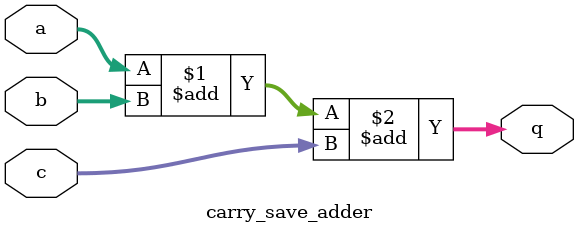
<source format=v>
module carry_save_adder
#(
   parameter W = 24
)
(
   input [W-1:0] a, b, c, output [W-1:0] q
);
`ifdef CSA
   wire [W-1:0] ps = a ^ b ^ c;
   wire [W-1:0] sc = (a & b) | (a & c) | (b & c);
   assign q = ps + (sc << 1);
`else
   assign q = a + b + c;
`endif
endmodule
/*
read carry_save_adder.v
build carry_save_adder
opt
opt
report_timing
read -DCSA carry_save_adder.v
build carry_save_adder
opt
opt
report_timing
exit
*/

</source>
